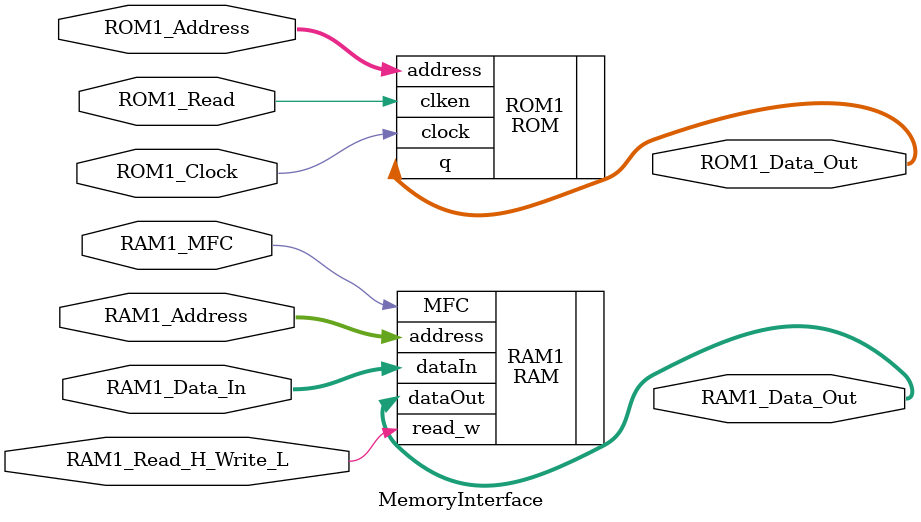
<source format=v>


module MemoryInterface(
	// ROM Wires
		// Inputs
			input wire[31:0] 	ROM1_Address, // WORD ADDRESSABLE
			input wire 			ROM1_Read, ROM1_Clock,
		// Outputs
			output wire[31:0] ROM1_Data_Out,

	// RAM Wires
		// Inputs
			input wire[31:0] 	RAM1_Address, // WORD ADDRESSABLE
			input wire 			RAM1_Read_H_Write_L, RAM1_MFC,
			input wire[31:0]  RAM1_Data_In,
		// Outputs
			output wire[31:0] RAM1_Data_Out

);


	
//Read Only Memory
ROM ROM1(
	.address(ROM1_Address), //Address From PC  // WORD ADDRESSABLE
	.clken(ROM1_Read),  // Enable ROM
	.clock(ROM1_Clock),	// Clock
	.q(ROM1_Data_Out) // Instruction
	); 		
	
//Random Access Memory
RAM RAM1(
	.address(RAM1_Address), // From RZ or PC // WORD ADDRESSABLE
	.read_w(RAM1_Read_H_Write_L), // Memory Read (1) Write (0)
	.MFC(RAM1_MFC),  // MemoryFunctionComplete
	.dataIn(RAM1_Data_In), // Input Data
	.dataOut(RAM1_Data_Out), // Output Data
	);
	
endmodule

</source>
